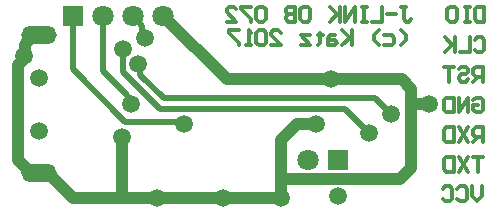
<source format=gbl>
G04*
G04 #@! TF.GenerationSoftware,Altium Limited,Altium Designer,22.3.1 (43)*
G04*
G04 Layer_Physical_Order=2*
G04 Layer_Color=16711680*
%FSLAX42Y42*%
%MOMM*%
G71*
G04*
G04 #@! TF.SameCoordinates,AC6673A2-E20F-4C1F-95A1-B2BFFBCC7199*
G04*
G04*
G04 #@! TF.FilePolarity,Positive*
G04*
G01*
G75*
%ADD24C,0.50*%
%ADD25C,1.00*%
%ADD26C,0.30*%
%ADD27R,1.80X1.80*%
%ADD28C,1.80*%
%ADD29C,1.50*%
%ADD30O,3.00X1.50*%
%ADD31C,0.20*%
D24*
X1026Y969D02*
X1060Y935D01*
X1026Y969D02*
Y974D01*
X1060Y900D02*
Y935D01*
X566Y1194D02*
Y1650D01*
Y1194D02*
X1010Y750D01*
X1490D01*
X990Y1170D02*
Y1370D01*
Y1170D02*
X1300Y860D01*
X2870D01*
X820Y1180D02*
Y1650D01*
Y1180D02*
X1026Y974D01*
X2870Y860D02*
X3070Y660D01*
X1337Y953D02*
X3127D01*
X3260Y820D01*
X1120Y1240D02*
X1139Y1221D01*
Y1151D02*
Y1221D01*
Y1151D02*
X1337Y953D01*
X1156Y1486D02*
Y1565D01*
Y1486D02*
X1180Y1462D01*
X1074Y1646D02*
X1156Y1565D01*
X1490Y750D02*
X1510Y730D01*
X1074Y1646D02*
Y1650D01*
D25*
X1840Y105D02*
X2326D01*
X1276Y106D02*
X1839D01*
X986D02*
X1276D01*
X1839D02*
X1840Y105D01*
X2750Y1110D02*
X3350D01*
X1868D02*
X2750D01*
X564Y106D02*
X986D01*
X3350Y1110D02*
X3430Y1030D01*
X1328Y1650D02*
X1868Y1110D01*
X2326Y270D02*
X3340D01*
X2326Y270D02*
Y596D01*
Y106D02*
Y270D01*
X2326Y270D01*
X3430Y360D02*
Y900D01*
X3580D01*
X3430D02*
Y1030D01*
X3340Y270D02*
X3430Y360D01*
X986Y106D02*
Y625D01*
Y106D02*
X986Y106D01*
X280Y315D02*
X355D01*
X564Y106D01*
X171Y1416D02*
X240Y1485D01*
X163Y1403D02*
X171Y1411D01*
X163Y1323D02*
Y1403D01*
X240Y1485D02*
X280D01*
X171Y1411D02*
Y1416D01*
X150Y1310D02*
X163Y1323D01*
X100Y1233D02*
X150Y1283D01*
X100Y430D02*
Y1233D01*
Y430D02*
X215Y315D01*
X280D01*
X2326Y596D02*
X2466Y736D01*
X2626D01*
D26*
X3348Y1400D02*
X3390Y1442D01*
Y1483D01*
X3348Y1525D01*
X3203Y1483D02*
X3265D01*
X3286Y1462D01*
Y1421D01*
X3265Y1400D01*
X3203D01*
X3161D02*
X3119Y1442D01*
Y1483D01*
X3161Y1525D01*
X2932D02*
Y1400D01*
Y1442D01*
X2849Y1525D01*
X2911Y1462D01*
X2849Y1400D01*
X2786Y1483D02*
X2744D01*
X2724Y1462D01*
Y1400D01*
X2786D01*
X2807Y1421D01*
X2786Y1442D01*
X2724D01*
X2661Y1504D02*
Y1483D01*
X2682D01*
X2640D01*
X2661D01*
Y1421D01*
X2640Y1400D01*
X2578Y1483D02*
X2494D01*
X2578Y1400D01*
X2494D01*
X2245D02*
X2328D01*
X2245Y1483D01*
Y1504D01*
X2265Y1525D01*
X2307D01*
X2328Y1504D01*
X2203D02*
X2182Y1525D01*
X2140D01*
X2120Y1504D01*
Y1421D01*
X2140Y1400D01*
X2182D01*
X2203Y1421D01*
Y1504D01*
X2078Y1400D02*
X2036D01*
X2057D01*
Y1525D01*
X2078Y1504D01*
X1974Y1525D02*
X1890D01*
Y1504D01*
X1974Y1421D01*
Y1400D01*
X3347Y1725D02*
X3388D01*
X3368D01*
Y1621D01*
X3388Y1600D01*
X3409D01*
X3430Y1621D01*
X3305Y1662D02*
X3222D01*
X3180Y1725D02*
Y1600D01*
X3097D01*
X3055Y1725D02*
X3013D01*
X3034D01*
Y1600D01*
X3055D01*
X3013D01*
X2951D02*
Y1725D01*
X2868Y1600D01*
Y1725D01*
X2826D02*
Y1600D01*
Y1642D01*
X2743Y1725D01*
X2805Y1662D01*
X2743Y1600D01*
X2514Y1725D02*
X2555D01*
X2576Y1704D01*
Y1621D01*
X2555Y1600D01*
X2514D01*
X2493Y1621D01*
Y1704D01*
X2514Y1725D01*
X2451D02*
Y1600D01*
X2389D01*
X2368Y1621D01*
Y1642D01*
X2389Y1662D01*
X2451D01*
X2389D01*
X2368Y1683D01*
Y1704D01*
X2389Y1725D01*
X2451D01*
X2201Y1704D02*
X2180Y1725D01*
X2139D01*
X2118Y1704D01*
Y1621D01*
X2139Y1600D01*
X2180D01*
X2201Y1621D01*
Y1704D01*
X2076Y1725D02*
X1993D01*
Y1704D01*
X2076Y1621D01*
Y1600D01*
X1868D02*
X1951D01*
X1868Y1683D01*
Y1704D01*
X1889Y1725D01*
X1930D01*
X1951Y1704D01*
X4030Y205D02*
Y122D01*
X3988Y80D01*
X3947Y122D01*
Y205D01*
X3822Y184D02*
X3843Y205D01*
X3884D01*
X3905Y184D01*
Y101D01*
X3884Y80D01*
X3843D01*
X3822Y101D01*
X3697Y184D02*
X3718Y205D01*
X3759D01*
X3780Y184D01*
Y101D01*
X3759Y80D01*
X3718D01*
X3697Y101D01*
X4040Y455D02*
X3957D01*
X3998D01*
Y330D01*
X3915Y455D02*
X3832Y330D01*
Y455D02*
X3915Y330D01*
X3790Y455D02*
Y330D01*
X3728D01*
X3707Y351D01*
Y434D01*
X3728Y455D01*
X3790D01*
X4040Y580D02*
Y705D01*
X3978D01*
X3957Y684D01*
Y642D01*
X3978Y622D01*
X4040D01*
X3998D02*
X3957Y580D01*
X3915Y705D02*
X3832Y580D01*
Y705D02*
X3915Y580D01*
X3790Y705D02*
Y580D01*
X3728D01*
X3707Y601D01*
Y684D01*
X3728Y705D01*
X3790D01*
X3957Y934D02*
X3978Y955D01*
X4019D01*
X4040Y934D01*
Y851D01*
X4019Y830D01*
X3978D01*
X3957Y851D01*
Y892D01*
X3998D01*
X3915Y830D02*
Y955D01*
X3832Y830D01*
Y955D01*
X3790D02*
Y830D01*
X3728D01*
X3707Y851D01*
Y934D01*
X3728Y955D01*
X3790D01*
X4040Y1090D02*
Y1215D01*
X3978D01*
X3957Y1194D01*
Y1152D01*
X3978Y1132D01*
X4040D01*
X3998D02*
X3957Y1090D01*
X3832Y1194D02*
X3853Y1215D01*
X3894D01*
X3915Y1194D01*
Y1173D01*
X3894Y1152D01*
X3853D01*
X3832Y1132D01*
Y1111D01*
X3853Y1090D01*
X3894D01*
X3915Y1111D01*
X3790Y1215D02*
X3707D01*
X3748D01*
Y1090D01*
X3967Y1444D02*
X3988Y1465D01*
X4029D01*
X4050Y1444D01*
Y1361D01*
X4029Y1340D01*
X3988D01*
X3967Y1361D01*
X3925Y1465D02*
Y1340D01*
X3842D01*
X3800Y1465D02*
Y1340D01*
Y1382D01*
X3717Y1465D01*
X3779Y1402D01*
X3717Y1340D01*
X4050Y1725D02*
Y1600D01*
X3988D01*
X3967Y1621D01*
Y1704D01*
X3988Y1725D01*
X4050D01*
X3925D02*
X3883D01*
X3904D01*
Y1600D01*
X3925D01*
X3883D01*
X3758Y1725D02*
X3800D01*
X3821Y1704D01*
Y1621D01*
X3800Y1600D01*
X3758D01*
X3738Y1621D01*
Y1704D01*
X3758Y1725D01*
D27*
X2810Y430D02*
D03*
X566Y1650D02*
D03*
D28*
X2556Y430D02*
D03*
X820Y1650D02*
D03*
X1074D02*
D03*
X1328D02*
D03*
D29*
X280Y675D02*
D03*
Y1125D02*
D03*
X3580Y900D02*
D03*
X1060D02*
D03*
X2750Y1110D02*
D03*
X2810Y120D02*
D03*
X150Y1310D02*
D03*
X3070Y660D02*
D03*
X3260Y820D02*
D03*
X2626Y736D02*
D03*
X1180Y1462D02*
D03*
X1120Y1240D02*
D03*
X990Y1370D02*
D03*
X986Y625D02*
D03*
X2326Y106D02*
D03*
X1840Y105D02*
D03*
X1276Y106D02*
D03*
X1510Y730D02*
D03*
D30*
X280Y315D02*
D03*
Y1485D02*
D03*
D31*
X2326Y105D02*
X2326Y106D01*
X1840Y105D02*
X1840Y105D01*
M02*

</source>
